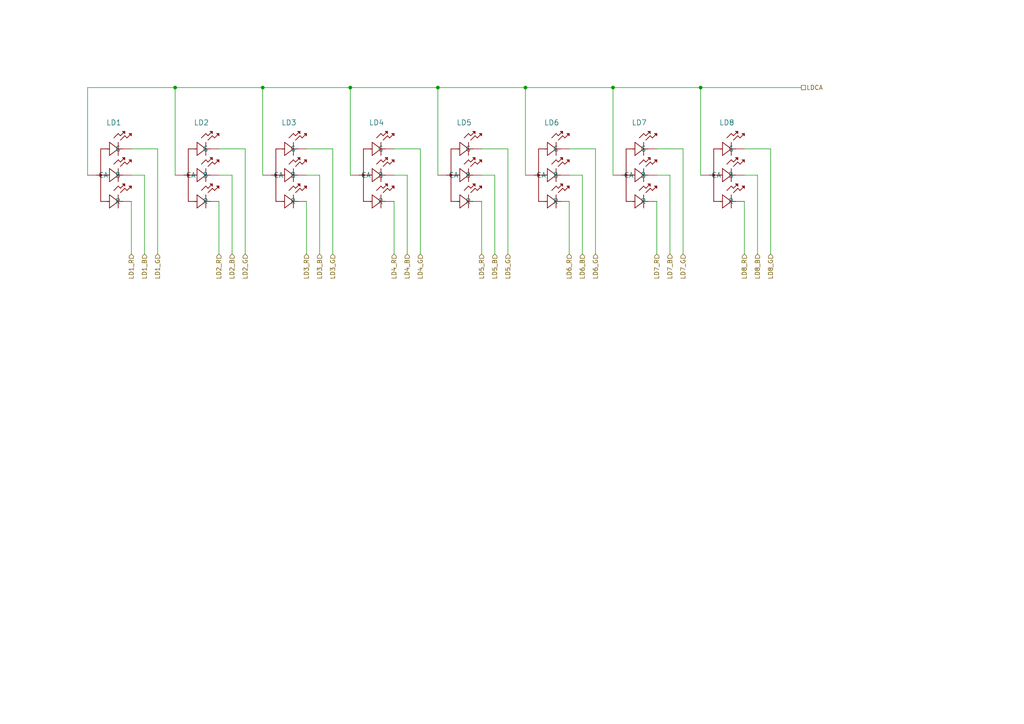
<source format=kicad_sch>
(kicad_sch (version 20211123) (generator eeschema)
  (paper "A4")
  (lib_symbols
    (symbol "RGB LED:WP154A4SEJ3VBDZGC{brace}slash}CA" (pin_numbers hide)
      (property "Reference" "LED" (at 5.08 -11.43 0))
      (property "Value" "WP154A4SEJ3VBDZGC{brace}slash}CA" (at 5.08 -13.97 0))
      (symbol "WP154A4SEJ3VBDZGC{brace}slash}CA_1_1"
        (polyline (pts (xy 2.54 0) (xy 6.0198 0)) (stroke (width 0.2032)))
        (polyline (pts (xy 3.81 -7.62) (xy 6.0198 -7.62)) (stroke (width 0.2032)))
        (polyline (pts (xy 3.81 7.62) (xy 3.81 -7.62)) (stroke (width 0.2032)))
        (polyline (pts (xy 3.81 7.62) (xy 6.0198 7.62)) (stroke (width 0.2032)))
        (polyline (pts (xy 5.715 -7.62) (xy 6.35 -7.62)) (stroke (width 0.2032)))
        (polyline (pts (xy 5.715 0) (xy 6.35 0)) (stroke (width 0.2032)))
        (polyline (pts (xy 5.715 7.62) (xy 6.35 7.62)) (stroke (width 0.2032)))
        (polyline (pts (xy 6.35 -9.525) (xy 8.89 -7.62)) (stroke (width 0.2032)))
        (polyline (pts (xy 6.35 -5.715) (xy 6.35 -9.525)) (stroke (width 0.2032)))
        (polyline (pts (xy 6.35 -1.905) (xy 8.89 0)) (stroke (width 0.2032)))
        (polyline (pts (xy 6.35 1.905) (xy 6.35 -1.905)) (stroke (width 0.2032)))
        (polyline (pts (xy 6.35 5.715) (xy 8.89 7.62)) (stroke (width 0.2032)))
        (polyline (pts (xy 6.35 9.525) (xy 6.35 5.715)) (stroke (width 0.2032)))
        (polyline (pts (xy 7.62 -4.445) (xy 8.89 -3.175)) (stroke (width 0.2032)))
        (polyline (pts (xy 7.62 3.175) (xy 8.89 4.445)) (stroke (width 0.2032)))
        (polyline (pts (xy 7.62 10.795) (xy 8.89 12.065)) (stroke (width 0.2032)))
        (polyline (pts (xy 8.89 -9.525) (xy 8.89 -5.715)) (stroke (width 0.2032)))
        (polyline (pts (xy 8.89 -7.62) (xy 6.35 -5.715)) (stroke (width 0.2032)))
        (polyline (pts (xy 8.89 -7.62) (xy 10.16 -7.62)) (stroke (width 0.2032)))
        (polyline (pts (xy 8.89 -3.175) (xy 9.525 -3.81)) (stroke (width 0.2032)))
        (polyline (pts (xy 8.89 -1.905) (xy 8.89 1.905)) (stroke (width 0.2032)))
        (polyline (pts (xy 8.89 0) (xy 6.35 1.905)) (stroke (width 0.2032)))
        (polyline (pts (xy 8.89 0) (xy 10.16 0)) (stroke (width 0.2032)))
        (polyline (pts (xy 8.89 4.445) (xy 9.525 3.81)) (stroke (width 0.2032)))
        (polyline (pts (xy 8.89 5.715) (xy 8.89 9.525)) (stroke (width 0.2032)))
        (polyline (pts (xy 8.89 7.62) (xy 6.35 9.525)) (stroke (width 0.2032)))
        (polyline (pts (xy 8.89 7.62) (xy 10.16 7.62)) (stroke (width 0.2032)))
        (polyline (pts (xy 8.89 12.065) (xy 9.525 11.43)) (stroke (width 0.2032)))
        (polyline (pts (xy 9.525 -5.08) (xy 10.795 -3.81)) (stroke (width 0.2032)))
        (polyline (pts (xy 9.525 -3.81) (xy 10.795 -2.54)) (stroke (width 0.2032)))
        (polyline (pts (xy 9.525 2.54) (xy 10.795 3.81)) (stroke (width 0.2032)))
        (polyline (pts (xy 9.525 3.81) (xy 10.795 5.08)) (stroke (width 0.2032)))
        (polyline (pts (xy 9.525 10.16) (xy 10.795 11.43)) (stroke (width 0.2032)))
        (polyline (pts (xy 9.525 11.43) (xy 10.795 12.7)) (stroke (width 0.2032)))
        (polyline (pts (xy 10.16 -2.54) (xy 10.795 -3.175)) (stroke (width 0.2032)))
        (polyline (pts (xy 10.16 5.08) (xy 10.795 4.445)) (stroke (width 0.2032)))
        (polyline (pts (xy 10.16 12.7) (xy 10.795 12.065)) (stroke (width 0.2032)))
        (polyline (pts (xy 10.795 -3.81) (xy 11.43 -4.445)) (stroke (width 0.2032)))
        (polyline (pts (xy 10.795 -3.175) (xy 10.795 -2.54)) (stroke (width 0.2032)))
        (polyline (pts (xy 10.795 -2.54) (xy 10.16 -2.54)) (stroke (width 0.2032)))
        (polyline (pts (xy 10.795 3.81) (xy 11.43 3.175)) (stroke (width 0.2032)))
        (polyline (pts (xy 10.795 4.445) (xy 10.795 5.08)) (stroke (width 0.2032)))
        (polyline (pts (xy 10.795 5.08) (xy 10.16 5.08)) (stroke (width 0.2032)))
        (polyline (pts (xy 10.795 11.43) (xy 11.43 10.795)) (stroke (width 0.2032)))
        (polyline (pts (xy 10.795 12.065) (xy 10.795 12.7)) (stroke (width 0.2032)))
        (polyline (pts (xy 10.795 12.7) (xy 10.16 12.7)) (stroke (width 0.2032)))
        (polyline (pts (xy 11.43 -4.445) (xy 12.7 -3.175)) (stroke (width 0.2032)))
        (polyline (pts (xy 11.43 3.175) (xy 12.7 4.445)) (stroke (width 0.2032)))
        (polyline (pts (xy 11.43 10.795) (xy 12.7 12.065)) (stroke (width 0.2032)))
        (polyline (pts (xy 12.065 -3.175) (xy 12.7 -3.81)) (stroke (width 0.2032)))
        (polyline (pts (xy 12.065 4.445) (xy 12.7 3.81)) (stroke (width 0.2032)))
        (polyline (pts (xy 12.065 12.065) (xy 12.7 11.43)) (stroke (width 0.2032)))
        (polyline (pts (xy 12.7 -3.81) (xy 12.7 -3.175)) (stroke (width 0.2032)))
        (polyline (pts (xy 12.7 -3.175) (xy 12.065 -3.175)) (stroke (width 0.2032)))
        (polyline (pts (xy 12.7 3.81) (xy 12.7 4.445)) (stroke (width 0.2032)))
        (polyline (pts (xy 12.7 4.445) (xy 12.065 4.445)) (stroke (width 0.2032)))
        (polyline (pts (xy 12.7 11.43) (xy 12.7 12.065)) (stroke (width 0.2032)))
        (polyline (pts (xy 12.7 12.065) (xy 12.065 12.065)) (stroke (width 0.2032)))
        (arc (start 3.81 -0.254) (mid 3.81 0.254) (end 3.81 -0.254) (stroke (width 0.254)))
        (circle (center 3.81 0) (radius 0.254) (stroke (width 0.254)))
        (pin unspecified line (at 12.7 -7.62 180) (length 2.54) (name "R") (number "1"))
        (pin power_in line (at 0 0 0) (length 2.54) (name "CA") (number "2"))
        (pin unspecified line (at 12.7 0 180) (length 2.54) (name "B") (number "3"))
        (pin unspecified line (at 12.7 7.62 180) (length 2.54) (name "G") (number "4"))
      )
    )
  )
  (junction (at 50.8 25.4))
  (junction (at 101.6 25.4))
  (junction (at 203.2 25.4))
  (junction (at 127 25.4))
  (junction (at 177.8 25.4))
  (junction (at 76.2 25.4))
  (junction (at 152.4 25.4))
  (wire (pts (xy 190.5 43.18) (xy 198.12 43.18)))
  (wire (pts (xy 165.1 50.8) (xy 168.91 50.8)))
  (wire (pts (xy 219.71 50.8) (xy 219.71 73.66)))
  (wire (pts (xy 88.9 50.8) (xy 92.71 50.8)))
  (wire (pts (xy 165.1 43.18) (xy 172.72 43.18)))
  (wire (pts (xy 88.9 58.42) (xy 88.9 73.66)))
  (wire (pts (xy 67.31 50.8) (xy 67.31 73.66)))
  (wire (pts (xy 190.5 58.42) (xy 190.5 73.66)))
  (wire (pts (xy 127 25.4) (xy 152.4 25.4)))
  (wire (pts (xy 127 25.4) (xy 127 50.8)))
  (wire (pts (xy 88.9 43.18) (xy 96.52 43.18)))
  (wire (pts (xy 45.72 43.18) (xy 45.72 73.66)))
  (wire (pts (xy 96.52 43.18) (xy 96.52 73.66)))
  (wire (pts (xy 76.2 25.4) (xy 101.6 25.4)))
  (wire (pts (xy 139.7 50.8) (xy 143.51 50.8)))
  (wire (pts (xy 172.72 43.18) (xy 172.72 73.66)))
  (wire (pts (xy 92.71 50.8) (xy 92.71 73.66)))
  (wire (pts (xy 63.5 58.42) (xy 63.5 73.66)))
  (wire (pts (xy 198.12 43.18) (xy 198.12 73.66)))
  (wire (pts (xy 177.8 25.4) (xy 177.8 50.8)))
  (wire (pts (xy 63.5 43.18) (xy 71.12 43.18)))
  (wire (pts (xy 177.8 25.4) (xy 203.2 25.4)))
  (wire (pts (xy 152.4 25.4) (xy 152.4 50.8)))
  (wire (pts (xy 215.9 58.42) (xy 215.9 73.66)))
  (wire (pts (xy 38.1 43.18) (xy 45.72 43.18)))
  (wire (pts (xy 50.8 25.4) (xy 50.8 50.8)))
  (wire (pts (xy 215.9 50.8) (xy 219.71 50.8)))
  (wire (pts (xy 203.2 25.4) (xy 203.2 50.8)))
  (wire (pts (xy 41.91 50.8) (xy 41.91 73.66)))
  (wire (pts (xy 139.7 58.42) (xy 139.7 73.66)))
  (wire (pts (xy 223.52 43.18) (xy 223.52 73.66)))
  (wire (pts (xy 71.12 43.18) (xy 71.12 73.66)))
  (wire (pts (xy 168.91 50.8) (xy 168.91 73.66)))
  (wire (pts (xy 165.1 58.42) (xy 165.1 73.66)))
  (wire (pts (xy 121.92 43.18) (xy 121.92 73.66)))
  (wire (pts (xy 50.8 25.4) (xy 76.2 25.4)))
  (wire (pts (xy 152.4 25.4) (xy 177.8 25.4)))
  (wire (pts (xy 25.4 25.4) (xy 50.8 25.4)))
  (wire (pts (xy 63.5 50.8) (xy 67.31 50.8)))
  (wire (pts (xy 38.1 50.8) (xy 41.91 50.8)))
  (wire (pts (xy 143.51 50.8) (xy 143.51 73.66)))
  (wire (pts (xy 101.6 25.4) (xy 127 25.4)))
  (wire (pts (xy 139.7 43.18) (xy 147.32 43.18)))
  (wire (pts (xy 118.11 50.8) (xy 118.11 73.66)))
  (wire (pts (xy 215.9 43.18) (xy 223.52 43.18)))
  (wire (pts (xy 76.2 25.4) (xy 76.2 50.8)))
  (wire (pts (xy 25.4 50.8) (xy 25.4 25.4)))
  (wire (pts (xy 190.5 50.8) (xy 194.31 50.8)))
  (wire (pts (xy 114.3 50.8) (xy 118.11 50.8)))
  (wire (pts (xy 101.6 25.4) (xy 101.6 50.8)))
  (wire (pts (xy 194.31 50.8) (xy 194.31 73.66)))
  (wire (pts (xy 114.3 58.42) (xy 114.3 73.66)))
  (wire (pts (xy 147.32 43.18) (xy 147.32 73.66)))
  (wire (pts (xy 38.1 58.42) (xy 38.1 73.66)))
  (wire (pts (xy 203.2 25.4) (xy 232.41 25.4)))
  (wire (pts (xy 114.3 43.18) (xy 121.92 43.18)))
  (hierarchical_label "LD1_G" (shape input) (at 45.72 73.66 270))
  (hierarchical_label "LD7_R" (shape input) (at 190.5 73.66 270))
  (hierarchical_label "LD6_G" (shape input) (at 172.72 73.66 270))
  (hierarchical_label "LD5_R" (shape input) (at 139.7 73.66 270))
  (hierarchical_label "LD4_G" (shape input) (at 121.92 73.66 270))
  (hierarchical_label "LD7_B" (shape input) (at 194.31 73.66 270))
  (hierarchical_label "LD6_R" (shape input) (at 165.1 73.66 270))
  (hierarchical_label "LD2_G" (shape input) (at 71.12 73.66 270))
  (hierarchical_label "LD3_B" (shape input) (at 92.71 73.66 270))
  (hierarchical_label "LD2_R" (shape input) (at 63.5 73.66 270))
  (hierarchical_label "LD8_G" (shape input) (at 223.52 73.66 270))
  (hierarchical_label "LD6_B" (shape input) (at 168.91 73.66 270))
  (hierarchical_label "LD2_B" (shape input) (at 67.31 73.66 270))
  (hierarchical_label "LD5_B" (shape input) (at 143.51 73.66 270))
  (hierarchical_label "LD5_G" (shape input) (at 147.32 73.66 270))
  (hierarchical_label "LD3_R" (shape input) (at 88.9 73.66 270))
  (hierarchical_label "LD1_R" (shape input) (at 38.1 73.66 270))
  (hierarchical_label "LD4_R" (shape input) (at 114.3 73.66 270))
  (hierarchical_label "LD7_G" (shape input) (at 198.12 73.66 270))
  (hierarchical_label "LD8_R" (shape input) (at 215.9 73.66 270))
  (hierarchical_label "LD3_G" (shape input) (at 96.52 73.66 270))
  (hierarchical_label "LD8_B" (shape input) (at 219.71 73.66 270))
  (hierarchical_label "LD4_B" (shape input) (at 118.11 73.66 270))
  (hierarchical_label "LD1_B" (shape input) (at 41.91 73.66 270))
  (hierarchical_label "LDCA" (shape passive) (at 232.41 25.4 0))
  (symbol (lib_id "RGB LED:WP154A4SEJ3VBDZGC{brace}slash}CA") (at 25.4 50.8 0) (unit 1)
    (property "Reference" "LD1" (at 33.02 35.56 0) (effects (font (size 1.524 1.524))))
    (property "Value" "WP154A4SEJ3VBDZGC{slash}CA" (effects hide))
    (property "Footprint" "RGB LED:WP154A4SEJ3VBDZGC&slash_CA" (effects hide))
  )
  (symbol (lib_id "RGB LED:WP154A4SEJ3VBDZGC{brace}slash}CA") (at 76.2 50.8 0) (unit 1)
    (property "Reference" "LD3" (at 83.82 35.56 0) (effects (font (size 1.524 1.524))))
    (property "Value" "WP154A4SEJ3VBDZGC{slash}CA" (effects hide))
    (property "Footprint" "RGB LED:WP154A4SEJ3VBDZGC&slash_CA" (effects hide))
  )
  (symbol (lib_id "RGB LED:WP154A4SEJ3VBDZGC{brace}slash}CA") (at 177.8 50.8 0) (unit 1)
    (property "Reference" "LD7" (at 185.42 35.56 0) (effects (font (size 1.524 1.524))))
    (property "Value" "WP154A4SEJ3VBDZGC{slash}CA" (effects hide))
    (property "Footprint" "RGB LED:WP154A4SEJ3VBDZGC&slash_CA" (effects hide))
  )
  (symbol (lib_id "RGB LED:WP154A4SEJ3VBDZGC{brace}slash}CA") (at 50.8 50.8 0) (unit 1)
    (property "Reference" "LD2" (at 58.42 35.56 0) (effects (font (size 1.524 1.524))))
    (property "Value" "WP154A4SEJ3VBDZGC{slash}CA" (effects hide))
    (property "Footprint" "RGB LED:WP154A4SEJ3VBDZGC&slash_CA" (effects hide))
  )
  (symbol (lib_id "RGB LED:WP154A4SEJ3VBDZGC{brace}slash}CA") (at 127 50.8 0) (unit 1)
    (property "Reference" "LD5" (at 134.62 35.56 0) (effects (font (size 1.524 1.524))))
    (property "Value" "WP154A4SEJ3VBDZGC{slash}CA" (effects hide))
    (property "Footprint" "RGB LED:WP154A4SEJ3VBDZGC&slash_CA" (effects hide))
  )
  (symbol (lib_id "RGB LED:WP154A4SEJ3VBDZGC{brace}slash}CA") (at 101.6 50.8 0) (unit 1)
    (property "Reference" "LD4" (at 109.22 35.56 0) (effects (font (size 1.524 1.524))))
    (property "Value" "WP154A4SEJ3VBDZGC{slash}CA" (effects hide))
    (property "Footprint" "RGB LED:WP154A4SEJ3VBDZGC&slash_CA" (effects hide))
  )
  (symbol (lib_id "RGB LED:WP154A4SEJ3VBDZGC{brace}slash}CA") (at 203.2 50.8 0) (unit 1)
    (property "Reference" "LD8" (at 210.82 35.56 0) (effects (font (size 1.524 1.524))))
    (property "Value" "WP154A4SEJ3VBDZGC{slash}CA" (effects hide))
    (property "Footprint" "RGB LED:WP154A4SEJ3VBDZGC&slash_CA" (effects hide))
  )
  (symbol (lib_id "RGB LED:WP154A4SEJ3VBDZGC{brace}slash}CA") (at 152.4 50.8 0) (unit 1)
    (property "Reference" "LD6" (at 160.02 35.56 0) (effects (font (size 1.524 1.524))))
    (property "Value" "WP154A4SEJ3VBDZGC{slash}CA" (effects hide))
    (property "Footprint" "RGB LED:WP154A4SEJ3VBDZGC&slash_CA" (effects hide))
  )
)
</source>
